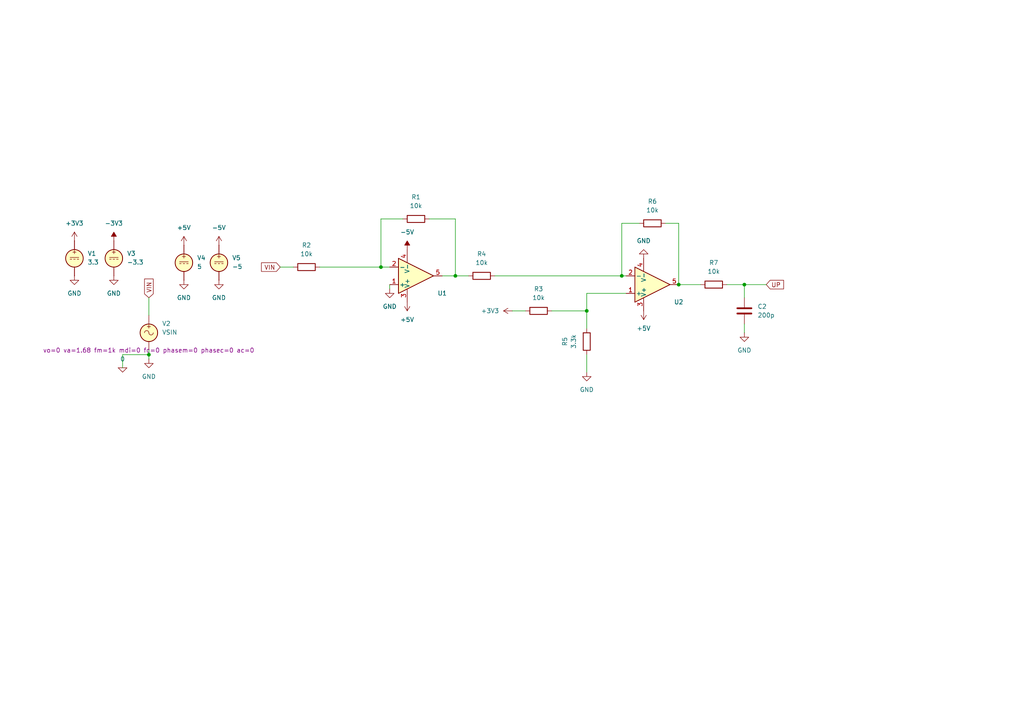
<source format=kicad_sch>
(kicad_sch (version 20231120) (generator "eeschema") (generator_version "8.0")
  (paper "A4")
  (lib_symbols
    (symbol "Device:C" (pin_numbers hide) (pin_names (offset 0.254))
      (property "Reference" "C" (at 0.635 2.54 0))
      (property "Value" "C" (at 0.635 -2.54 0))
      (symbol "C_0_1"
        (polyline (pts (xy -2.032 -0.762) (xy 2.032 -0.762)) (stroke (width 0.508)))
        (polyline (pts (xy -2.032 0.762) (xy 2.032 0.762)) (stroke (width 0.508)))
      )
      (symbol "C_1_1"
        (pin passive line (at 0 3.81 270) (length 2.794) (name "~") (number "1"))
        (pin passive line (at 0 -3.81 90) (length 2.794) (name "~") (number "2"))
      )
    )
    (symbol "Device:R" (pin_numbers hide) (pin_names (offset 0))
      (property "Reference" "R" (at 2.032 0 90))
      (property "Value" "R" (at 0 0 90))
      (symbol "R_0_1"
        (rectangle (start -1.016 -2.54) (end 1.016 2.54) (stroke (width 0.254)))
      )
      (symbol "R_1_1"
        (pin passive line (at 0 3.81 270) (length 1.27) (name "~") (number "1"))
        (pin passive line (at 0 -3.81 90) (length 1.27) (name "~") (number "2"))
      )
    )
    (symbol "Simulation_SPICE:0" (power) (pin_numbers hide) (pin_names (offset 0) hide)
      (property "Value" "0" (at 0 -2.54 0))
      (symbol "0_0_1"
        (polyline (pts (xy -1.27 0) (xy 0 -1.27) (xy 1.27 0) (xy -1.27 0)))
      )
      (symbol "0_1_1"
        (pin power_in line (at 0 0 0) (length 0) (name "~") (number "1"))
      )
    )
    (symbol "Simulation_SPICE:OPAMP" (pin_names (offset 0.254))
      (property "Reference" "U" (at 3.81 3.175 0))
      (property "Value" "${SIM.PARAMS}" (at 3.81 -3.175 0))
      (symbol "OPAMP_0_1"
        (polyline (pts (xy 5.08 0) (xy -5.08 5.08) (xy -5.08 -5.08) (xy 5.08 0)) (stroke (width 0.254)) (fill (type background)))
      )
      (symbol "OPAMP_1_1"
        (pin input line (at -7.62 2.54 0) (length 2.54) (name "+") (number "1"))
        (pin input line (at -7.62 -2.54 0) (length 2.54) (name "-") (number "2"))
        (pin power_in line (at -2.54 7.62 270) (length 3.81) (name "V+") (number "3"))
        (pin power_in line (at -2.54 -7.62 90) (length 3.81) (name "V-") (number "4"))
        (pin output line (at 7.62 0 180) (length 2.54) (name "~") (number "5"))
      )
    )
    (symbol "Simulation_SPICE:VDC" (pin_numbers hide) (pin_names (offset 0.0254))
      (property "Reference" "V" (at 2.54 2.54 0))
      (property "Value" "1" (at 2.54 0 0))
      (symbol "VDC_0_0"
        (polyline (pts (xy -1.27 0.254) (xy 1.27 0.254)))
        (polyline (pts (xy -0.762 -0.254) (xy -1.27 -0.254)))
        (polyline (pts (xy 0.254 -0.254) (xy -0.254 -0.254)))
        (polyline (pts (xy 1.27 -0.254) (xy 0.762 -0.254)))
        (text "+" (at 0 1.905 0) (effects (font (size 1.27 1.27))))
      )
      (symbol "VDC_0_1"
        (circle (center 0 0) (radius 2.54) (stroke (width 0.254)) (fill (type background)))
      )
      (symbol "VDC_1_1"
        (pin passive line (at 0 5.08 270) (length 2.54) (name "~") (number "1"))
        (pin passive line (at 0 -5.08 90) (length 2.54) (name "~") (number "2"))
      )
    )
    (symbol "Simulation_SPICE:VSIN" (pin_numbers hide) (pin_names (offset 0.0254))
      (property "Reference" "V" (at 2.54 2.54 0))
      (property "Value" "VSIN" (at 2.54 0 0))
      (property "Sim.Params" "dc=0 ampl=1 f=1k ac=1" (at 2.54 -2.54 0))
      (symbol "VSIN_0_0"
        (arc (start 0 0) (mid -0.635 0.6323) (end -1.27 0))
        (arc (start 0 0) (mid 0.635 -0.6323) (end 1.27 0))
        (text "+" (at 0 1.905 0) (effects (font (size 1.27 1.27))))
      )
      (symbol "VSIN_0_1"
        (circle (center 0 0) (radius 2.54) (stroke (width 0.254)) (fill (type background)))
      )
      (symbol "VSIN_1_1"
        (pin passive line (at 0 5.08 270) (length 2.54) (name "~") (number "1"))
        (pin passive line (at 0 -5.08 90) (length 2.54) (name "~") (number "2"))
      )
    )
    (symbol "power:+3V3" (power) (pin_numbers hide) (pin_names (offset 0) hide)
      (property "Value" "+3V3" (at 0 3.556 0))
      (symbol "+3V3_0_1"
        (polyline (pts (xy -0.762 1.27) (xy 0 2.54)))
        (polyline (pts (xy 0 0) (xy 0 2.54)))
        (polyline (pts (xy 0 2.54) (xy 0.762 1.27)))
      )
      (symbol "+3V3_1_1"
        (pin power_in line (at 0 0 90) (length 0) (name "~") (number "1"))
      )
    )
    (symbol "power:+5V" (power) (pin_numbers hide) (pin_names (offset 0) hide)
      (property "Value" "+5V" (at 0 3.556 0))
      (symbol "+5V_0_1"
        (polyline (pts (xy -0.762 1.27) (xy 0 2.54)))
        (polyline (pts (xy 0 0) (xy 0 2.54)))
        (polyline (pts (xy 0 2.54) (xy 0.762 1.27)))
      )
      (symbol "+5V_1_1"
        (pin power_in line (at 0 0 90) (length 0) (name "~") (number "1"))
      )
    )
    (symbol "power:-3V3" (power) (pin_numbers hide) (pin_names (offset 0) hide)
      (property "Value" "-3V3" (at 0 3.556 0))
      (symbol "-3V3_0_0"
        (pin power_in line (at 0 0 90) (length 0) (name "~") (number "1"))
      )
      (symbol "-3V3_0_1"
        (polyline (pts (xy 0 0) (xy 0 1.27) (xy 0.762 1.27) (xy 0 2.54) (xy -0.762 1.27) (xy 0 1.27)) (fill (type outline)))
      )
    )
    (symbol "power:-5V" (power) (pin_numbers hide) (pin_names (offset 0) hide)
      (property "Value" "-5V" (at 0 3.556 0))
      (symbol "-5V_0_0"
        (pin power_in line (at 0 0 90) (length 0) (name "~") (number "1"))
      )
      (symbol "-5V_0_1"
        (polyline (pts (xy 0 0) (xy 0 1.27) (xy 0.762 1.27) (xy 0 2.54) (xy -0.762 1.27) (xy 0 1.27)) (fill (type outline)))
      )
    )
    (symbol "power:GND" (power) (pin_numbers hide) (pin_names (offset 0) hide)
      (property "Value" "GND" (at 0 -3.81 0))
      (symbol "GND_0_1"
        (polyline (pts (xy 0 0) (xy 0 -1.27) (xy 1.27 -1.27) (xy 0 -2.54) (xy -1.27 -1.27) (xy 0 -1.27)))
      )
      (symbol "GND_1_1"
        (pin power_in line (at 0 0 270) (length 0) (name "~") (number "1"))
      )
    )
  )
  (junction (at 43.18 102.87))
  (junction (at 170.18 90.17))
  (junction (at 196.85 82.55))
  (junction (at 215.9 82.55))
  (junction (at 132.08 80.01))
  (junction (at 110.49 77.47))
  (junction (at 180.34 80.01))
  (wire (pts (xy 170.18 85.09) (xy 181.61 85.09)))
  (wire (pts (xy 132.08 63.5) (xy 132.08 80.01)))
  (wire (pts (xy 180.34 80.01) (xy 143.51 80.01)))
  (wire (pts (xy 128.27 80.01) (xy 132.08 80.01)))
  (wire (pts (xy 35.56 102.87) (xy 43.18 102.87)))
  (wire (pts (xy 196.85 82.55) (xy 196.85 64.77)))
  (wire (pts (xy 43.18 91.44) (xy 43.18 86.36)))
  (wire (pts (xy 215.9 82.55) (xy 222.25 82.55)))
  (wire (pts (xy 92.71 77.47) (xy 110.49 77.47)))
  (wire (pts (xy 113.03 83.82) (xy 113.03 82.55)))
  (wire (pts (xy 170.18 85.09) (xy 170.18 90.17)))
  (wire (pts (xy 35.56 106.68) (xy 35.56 102.87)))
  (wire (pts (xy 215.9 93.98) (xy 215.9 96.52)))
  (wire (pts (xy 196.85 64.77) (xy 193.04 64.77)))
  (wire (pts (xy 210.82 82.55) (xy 215.9 82.55)))
  (wire (pts (xy 170.18 102.87) (xy 170.18 107.95)))
  (wire (pts (xy 170.18 90.17) (xy 170.18 95.25)))
  (wire (pts (xy 132.08 80.01) (xy 135.89 80.01)))
  (wire (pts (xy 110.49 63.5) (xy 116.84 63.5)))
  (wire (pts (xy 43.18 101.6) (xy 43.18 102.87)))
  (wire (pts (xy 152.4 90.17) (xy 148.59 90.17)))
  (wire (pts (xy 185.42 64.77) (xy 180.34 64.77)))
  (wire (pts (xy 196.85 82.55) (xy 203.2 82.55)))
  (wire (pts (xy 160.02 90.17) (xy 170.18 90.17)))
  (wire (pts (xy 110.49 63.5) (xy 110.49 77.47)))
  (wire (pts (xy 181.61 80.01) (xy 180.34 80.01)))
  (wire (pts (xy 81.28 77.47) (xy 85.09 77.47)))
  (wire (pts (xy 124.46 63.5) (xy 132.08 63.5)))
  (wire (pts (xy 43.18 102.87) (xy 43.18 104.14)))
  (wire (pts (xy 110.49 77.47) (xy 113.03 77.47)))
  (wire (pts (xy 180.34 64.77) (xy 180.34 80.01)))
  (wire (pts (xy 215.9 82.55) (xy 215.9 86.36)))
  (global_label "VIN" (shape input) (at 43.18 86.36 90) (property "Intersheetrefs" "${INTERSHEET_REFS}" (effects (hide yes))))
  (global_label "VIN" (shape input) (at 81.28 77.47 180) (property "Intersheetrefs" "${INTERSHEET_REFS}" (effects (hide yes))))
  (global_label "UP" (shape input) (at 222.25 82.55 0) (property "Intersheetrefs" "${INTERSHEET_REFS}" (effects (hide yes))))
  (symbol (lib_id "Simulation_SPICE:VDC") (at 33.02 74.93 0) (unit 1)
    (property "Reference" "V3" (at 36.83 73.5301 0) (effects (justify left)))
    (property "Value" "-3.3" (at 36.83 76.0701 0) (effects (justify left)))
    (property "Datasheet" "https://ngspice.sourceforge.io/docs/ngspice-html-manual/manual.xhtml#sec_Independent_Sources_for" (effects (hide yes)))
    (property "Description" "Voltage source, DC" (effects (hide yes)))
    (property "Sim.Pins" "1=+ 2=-" (effects (hide yes)))
    (property "Sim.Type" "DC" (effects (hide yes)))
    (property "Sim.Device" "V" (effects (hide yes)))
  )
  (symbol (lib_id "power:-5V") (at 118.11 72.39 0) (unit 1)
    (property "Reference" "#PWR04" (effects (hide yes)))
    (property "Value" "-5V" (at 118.11 67.31 0))
    (property "Description" "Power symbol creates a global label with name \"-5V\"" (effects (hide yes)))
  )
  (symbol (lib_id "power:+3V3") (at 148.59 90.17 90) (unit 1)
    (property "Reference" "#PWR09" (effects (hide yes)))
    (property "Value" "+3V3" (at 144.78 90.1699 90) (effects (justify left)))
    (property "Description" "Power symbol creates a global label with name \"+3V3\"" (effects (hide yes)))
  )
  (symbol (lib_id "Simulation_SPICE:VDC") (at 63.5 76.2 0) (unit 1)
    (property "Reference" "V5" (at 67.31 74.8001 0) (effects (justify left)))
    (property "Value" "-5" (at 67.31 77.3401 0) (effects (justify left)))
    (property "Datasheet" "https://ngspice.sourceforge.io/docs/ngspice-html-manual/manual.xhtml#sec_Independent_Sources_for" (effects (hide yes)))
    (property "Description" "Voltage source, DC" (effects (hide yes)))
    (property "Sim.Pins" "1=+ 2=-" (effects (hide yes)))
    (property "Sim.Type" "DC" (effects (hide yes)))
    (property "Sim.Device" "V" (effects (hide yes)))
  )
  (symbol (lib_id "Device:R") (at 88.9 77.47 90) (unit 1)
    (property "Reference" "R2" (at 88.9 71.12 90))
    (property "Value" "10k" (at 88.9 73.66 90))
    (property "Description" "Resistor" (effects (hide yes)))
  )
  (symbol (lib_id "power:GND") (at 21.59 80.01 0) (unit 1)
    (property "Reference" "#PWR02" (effects (hide yes)))
    (property "Value" "GND" (at 21.59 85.09 0))
    (property "Description" "Power symbol creates a global label with name \"GND\" , ground" (effects (hide yes)))
  )
  (symbol (lib_id "power:+5V") (at 186.69 90.17 180) (unit 1)
    (property "Reference" "#PWR016" (effects (hide yes)))
    (property "Value" "+5V" (at 186.69 95.25 0))
    (property "Description" "Power symbol creates a global label with name \"+5V\"" (effects (hide yes)))
  )
  (symbol (lib_id "power:+5V") (at 53.34 71.12 0) (unit 1)
    (property "Reference" "#PWR08" (effects (hide yes)))
    (property "Value" "+5V" (at 53.34 66.04 0))
    (property "Description" "Power symbol creates a global label with name \"+5V\"" (effects (hide yes)))
  )
  (symbol (lib_id "Simulation_SPICE:VSIN") (at 43.18 96.52 0) (unit 1)
    (property "Reference" "V2" (at 46.99 93.8501 0) (effects (justify left)))
    (property "Value" "VSIN" (at 46.99 96.3901 0) (effects (justify left)))
    (property "Datasheet" "https://ngspice.sourceforge.io/docs/ngspice-html-manual/manual.xhtml#sec_Independent_Sources_for" (effects (hide yes)))
    (property "Description" "Voltage source, sinusoidal" (effects (hide yes)))
    (property "Sim.Pins" "1=+ 2=-" (effects (hide yes)))
    (property "Sim.Params" "vo=0 va=1.68 fm=1k mdi=0 fc=0 phasem=0 phasec=0 ac=0" (at 12.446 101.6 0) (effects (justify left)))
    (property "Sim.Type" "SFFM" (effects (hide yes)))
    (property "Sim.Device" "V" (effects (hide yes)))
  )
  (symbol (lib_id "Simulation_SPICE:OPAMP") (at 120.65 80.01 0) (mirror x) (unit 1)
    (property "Reference" "U1" (at 128.27 85.0586 0))
    (property "Value" "${SIM.PARAMS}" (at 128.27 83.1535 0))
    (property "Datasheet" "https://ngspice.sourceforge.io/docs/ngspice-html-manual/manual.xhtml#sec__SUBCKT_Subcircuits" (effects (hide yes)))
    (property "Description" "Operational amplifier, single, node sequence=1:+ 2:- 3:OUT 4:V+ 5:V-" (effects (hide yes)))
    (property "Sim.Pins" "1=in+ 2=in- 3=vcc 4=vee 5=out" (effects (hide yes)))
    (property "Sim.Device" "SUBCKT" (effects (hide yes)))
    (property "Sim.Library" "${KICAD7_SYMBOL_DIR}/Simulation_SPICE.sp" (effects (hide yes)))
    (property "Sim.Name" "kicad_builtin_opamp" (effects (hide yes)))
  )
  (symbol (lib_id "Simulation_SPICE:VDC") (at 53.34 76.2 0) (unit 1)
    (property "Reference" "V4" (at 57.15 74.8001 0) (effects (justify left)))
    (property "Value" "5" (at 57.15 77.3401 0) (effects (justify left)))
    (property "Datasheet" "https://ngspice.sourceforge.io/docs/ngspice-html-manual/manual.xhtml#sec_Independent_Sources_for" (effects (hide yes)))
    (property "Description" "Voltage source, DC" (effects (hide yes)))
    (property "Sim.Pins" "1=+ 2=-" (effects (hide yes)))
    (property "Sim.Type" "DC" (effects (hide yes)))
    (property "Sim.Device" "V" (effects (hide yes)))
  )
  (symbol (lib_id "power:+5V") (at 63.5 71.12 0) (unit 1)
    (property "Reference" "#PWR014" (effects (hide yes)))
    (property "Value" "-5V" (at 63.5 66.04 0))
    (property "Description" "Power symbol creates a global label with name \"+5V\"" (effects (hide yes)))
  )
  (symbol (lib_id "power:GND") (at 33.02 80.01 0) (unit 1)
    (property "Reference" "#PWR07" (effects (hide yes)))
    (property "Value" "GND" (at 33.02 85.09 0))
    (property "Description" "Power symbol creates a global label with name \"GND\" , ground" (effects (hide yes)))
  )
  (symbol (lib_id "power:+5V") (at 118.11 87.63 180) (unit 1)
    (property "Reference" "#PWR011" (effects (hide yes)))
    (property "Value" "+5V" (at 118.11 92.71 0))
    (property "Description" "Power symbol creates a global label with name \"+5V\"" (effects (hide yes)))
  )
  (symbol (lib_id "power:GND") (at 113.03 83.82 0) (unit 1)
    (property "Reference" "#PWR017" (effects (hide yes)))
    (property "Value" "GND" (at 113.03 88.9 0))
    (property "Description" "Power symbol creates a global label with name \"GND\" , ground" (effects (hide yes)))
  )
  (symbol (lib_id "power:GND") (at 186.69 74.93 180) (unit 1)
    (property "Reference" "#PWR010" (effects (hide yes)))
    (property "Value" "GND" (at 186.69 69.85 0))
    (property "Description" "Power symbol creates a global label with name \"GND\" , ground" (effects (hide yes)))
  )
  (symbol (lib_id "power:-3V3") (at 33.02 69.85 0) (unit 1)
    (property "Reference" "#PWR05" (effects (hide yes)))
    (property "Value" "-3V3" (at 33.02 64.77 0))
    (property "Description" "Power symbol creates a global label with name \"-3V3\"" (effects (hide yes)))
  )
  (symbol (lib_id "Simulation_SPICE:VDC") (at 21.59 74.93 0) (unit 1)
    (property "Reference" "V1" (at 25.4 73.5301 0) (effects (justify left)))
    (property "Value" "3.3" (at 25.4 76.0701 0) (effects (justify left)))
    (property "Datasheet" "https://ngspice.sourceforge.io/docs/ngspice-html-manual/manual.xhtml#sec_Independent_Sources_for" (effects (hide yes)))
    (property "Description" "Voltage source, DC" (effects (hide yes)))
    (property "Sim.Pins" "1=+ 2=-" (effects (hide yes)))
    (property "Sim.Type" "DC" (effects (hide yes)))
    (property "Sim.Device" "V" (effects (hide yes)))
  )
  (symbol (lib_id "Device:R") (at 156.21 90.17 90) (unit 1)
    (property "Reference" "R3" (at 156.21 83.82 90))
    (property "Value" "10k" (at 156.21 86.36 90))
    (property "Description" "Resistor" (effects (hide yes)))
  )
  (symbol (lib_id "power:GND") (at 170.18 107.95 0) (unit 1)
    (property "Reference" "#PWR015" (effects (hide yes)))
    (property "Value" "GND" (at 170.18 113.03 0))
    (property "Description" "Power symbol creates a global label with name \"GND\" , ground" (effects (hide yes)))
  )
  (symbol (lib_id "Simulation_SPICE:0") (at 35.56 106.68 0) (unit 1)
    (property "Reference" "#GND01" (effects (hide yes)))
    (property "Value" "0" (at 35.56 104.14 0))
    (property "Datasheet" "https://ngspice.sourceforge.io/docs/ngspice-html-manual/manual.xhtml#subsec_Circuit_elements__device" (effects (hide yes)))
    (property "Description" "0V reference potential for simulation" (effects (hide yes)))
  )
  (symbol (lib_id "Device:R") (at 139.7 80.01 90) (unit 1)
    (property "Reference" "R4" (at 139.7 73.66 90))
    (property "Value" "10k" (at 139.7 76.2 90))
    (property "Description" "Resistor" (effects (hide yes)))
  )
  (symbol (lib_id "Device:R") (at 170.18 99.06 180) (unit 1)
    (property "Reference" "R5" (at 163.83 99.06 90))
    (property "Value" "3.3k" (at 166.37 99.06 90))
    (property "Description" "Resistor" (effects (hide yes)))
  )
  (symbol (lib_id "Device:R") (at 207.01 82.55 90) (unit 1)
    (property "Reference" "R7" (at 207.01 76.2 90))
    (property "Value" "10k" (at 207.01 78.74 90))
    (property "Description" "Resistor" (effects (hide yes)))
  )
  (symbol (lib_id "Device:R") (at 120.65 63.5 90) (unit 1)
    (property "Reference" "R1" (at 120.65 57.15 90))
    (property "Value" "10k" (at 120.65 59.69 90))
    (property "Description" "Resistor" (effects (hide yes)))
  )
  (symbol (lib_id "power:GND") (at 215.9 96.52 0) (unit 1)
    (property "Reference" "#PWR06" (effects (hide yes)))
    (property "Value" "GND" (at 215.9 101.6 0))
    (property "Description" "Power symbol creates a global label with name \"GND\" , ground" (effects (hide yes)))
  )
  (symbol (lib_id "power:GND") (at 43.18 104.14 0) (unit 1)
    (property "Reference" "#PWR01" (effects (hide yes)))
    (property "Value" "GND" (at 43.18 109.22 0))
    (property "Description" "Power symbol creates a global label with name \"GND\" , ground" (effects (hide yes)))
  )
  (symbol (lib_id "power:GND") (at 63.5 81.28 0) (unit 1)
    (property "Reference" "#PWR013" (effects (hide yes)))
    (property "Value" "GND" (at 63.5 86.36 0))
    (property "Description" "Power symbol creates a global label with name \"GND\" , ground" (effects (hide yes)))
  )
  (symbol (lib_id "power:+3V3") (at 21.59 69.85 0) (unit 1)
    (property "Reference" "#PWR03" (effects (hide yes)))
    (property "Value" "+3V3" (at 21.59 64.77 0))
    (property "Description" "Power symbol creates a global label with name \"+3V3\"" (effects (hide yes)))
  )
  (symbol (lib_id "Device:R") (at 189.23 64.77 90) (unit 1)
    (property "Reference" "R6" (at 189.23 58.42 90))
    (property "Value" "10k" (at 189.23 60.96 90))
    (property "Description" "Resistor" (effects (hide yes)))
  )
  (symbol (lib_id "power:GND") (at 53.34 81.28 0) (unit 1)
    (property "Reference" "#PWR012" (effects (hide yes)))
    (property "Value" "GND" (at 53.34 86.36 0))
    (property "Description" "Power symbol creates a global label with name \"GND\" , ground" (effects (hide yes)))
  )
  (symbol (lib_id "Device:C") (at 215.9 90.17 180) (unit 1)
    (property "Reference" "C2" (at 219.71 88.8999 0) (effects (justify right)))
    (property "Value" "200p" (at 219.71 91.4399 0) (effects (justify right)))
    (property "Description" "Unpolarized capacitor" (effects (hide yes)))
  )
  (symbol (lib_id "Simulation_SPICE:OPAMP") (at 189.23 82.55 0) (mirror x) (unit 1)
    (property "Reference" "U2" (at 196.85 87.5986 0))
    (property "Value" "${SIM.PARAMS}" (at 196.85 85.6935 0))
    (property "Datasheet" "https://ngspice.sourceforge.io/docs/ngspice-html-manual/manual.xhtml#sec__SUBCKT_Subcircuits" (effects (hide yes)))
    (property "Description" "Operational amplifier, single, node sequence=1:+ 2:- 3:OUT 4:V+ 5:V-" (effects (hide yes)))
    (property "Sim.Pins" "1=in+ 2=in- 3=vcc 4=vee 5=out" (effects (hide yes)))
    (property "Sim.Device" "SUBCKT" (effects (hide yes)))
    (property "Sim.Library" "${KICAD7_SYMBOL_DIR}/Simulation_SPICE.sp" (effects (hide yes)))
    (property "Sim.Name" "kicad_builtin_opamp" (effects (hide yes)))
  )
)
</source>
